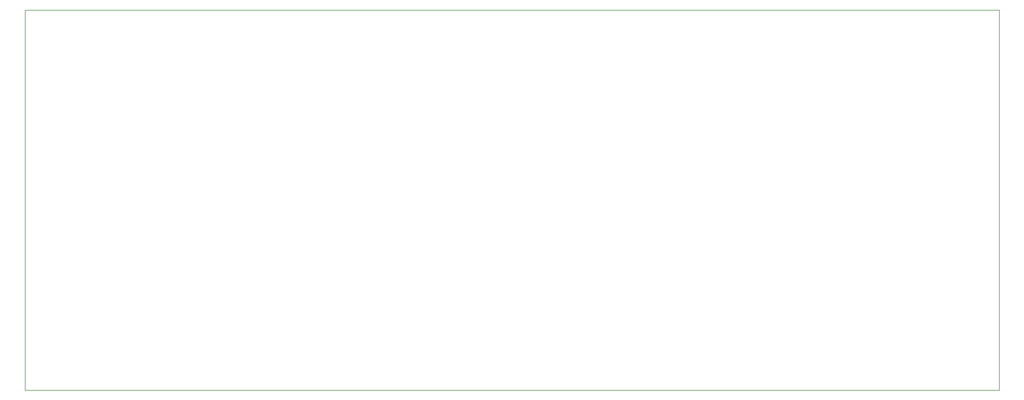
<source format=gbr>
%FSLAX34Y34*%
%MOMM*%
%LNOUTLINE*%
G71*
G01*
%ADD10C,0.100*%
%LPD*%
G54D10*
X0Y992188D02*
X1489075Y992188D01*
X1489075Y411162D01*
X0Y411162D01*
X0Y992188D01*
M02*

</source>
